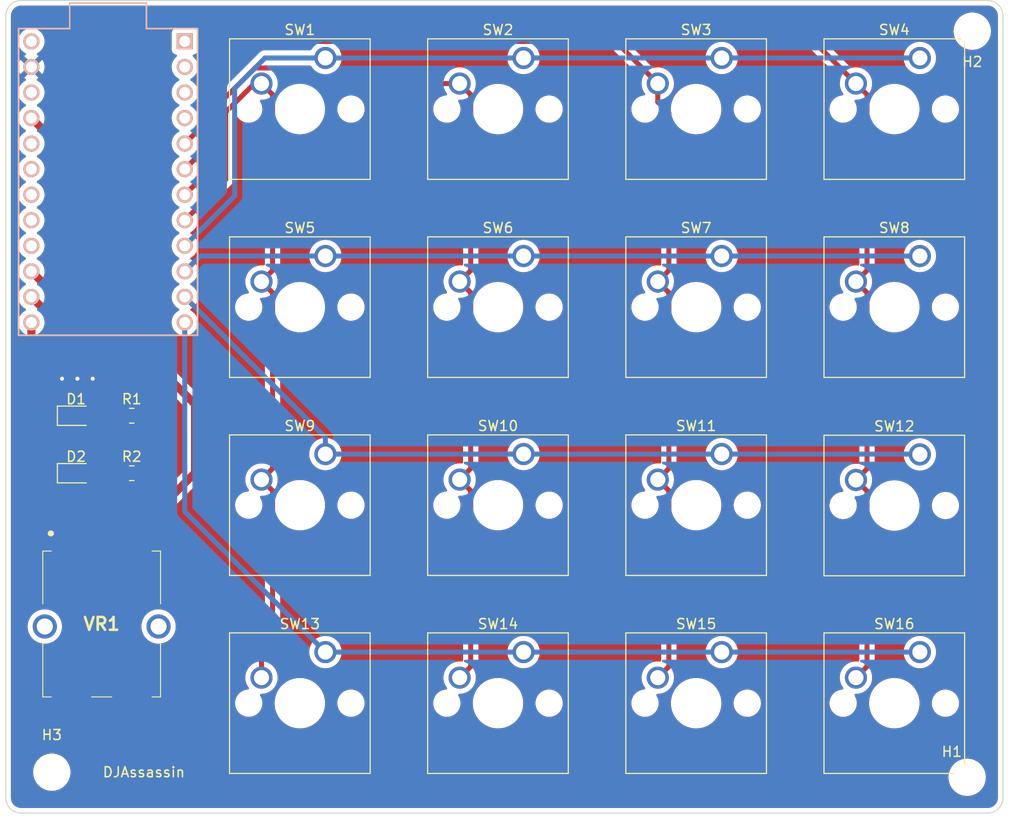
<source format=kicad_pcb>
(kicad_pcb (version 20211014) (generator pcbnew)
  (layers (0 "F.Cu" signal) (31 "B.Cu" signal) (34 "B.Paste" user) (35 "F.Paste" user) (36 "B.SilkS" user "B.Silkscreen") (37 "F.SilkS" user "F.Silkscreen") (38 "B.Mask" user) (39 "F.Mask" user) (44 "Edge.Cuts" user))
  (net 0 "")
  (net 1 "row 1")
  (net 2 "col 1")
  (net 3 "col 2")
  (net 4 "col 3")
  (net 5 "col 4")
  (net 6 "row 2")
  (net 7 "row 3")
  (net 8 "row 4")
  (net 13 "Net-(D1-Pad2)")
  (net 14 "Net-(D2-Pad2)")
  (net 18 "gnd")
  (net 19 "vcc")
  (net 20 "analog")
  (net 21 "led1")
  (net 22 "led2")
  (footprint "Button_Switch_Keyboard:SW_Cherry_MX_1.00u_PCB" (layer "F.Cu") (at 161.925 113.03)
    (fp_text reference "SW16" (at -2.54 -2.794) (layer "F.SilkS"))
    (fp_text value "SW_Push")
    (fp_line (start 4.445 12.065) (end -9.525 12.065) (layer "F.SilkS") (width 0.12))
    (fp_line (start -9.525 12.065) (end -9.525 -1.905) (layer "F.SilkS") (width 0.12))
    (fp_line (start -9.525 -1.905) (end 4.445 -1.905) (layer "F.SilkS") (width 0.12))
    (fp_line (start 4.445 -1.905) (end 4.445 12.065) (layer "F.SilkS") (width 0.12))
    (pad "" np_thru_hole circle locked (at -7.62 5.08) (size 1.7 1.7) (drill 1.7) (layers *.Cu *.Mask))
    (pad "" np_thru_hole circle locked (at 2.54 5.08) (size 1.7 1.7) (drill 1.7) (layers *.Cu *.Mask))
    (pad "" np_thru_hole circle locked (at -2.54 5.08) (size 4 4) (drill 4) (layers *.Cu *.Mask))
    (pad "1" thru_hole circle locked (at 0 0) (size 2.2 2.2) (drill 1.5) (layers *.Cu *.Mask) (net 8 "row 4"))
    (pad "2" thru_hole circle locked (at -6.35 2.54) (size 2.2 2.2) (drill 1.5) (layers *.Cu *.Mask) (net 5 "col 4"))
  )
  (footprint "Button_Switch_Keyboard:SW_Cherry_MX_1.00u_PCB" (layer "F.Cu") (at 122.555 53.975)
    (fp_text reference "SW2" (at -2.54 -2.794) (layer "F.SilkS"))
    (fp_text value "SW_Push")
    (fp_line (start 4.445 12.065) (end -9.525 12.065) (layer "F.SilkS") (width 0.12))
    (fp_line (start -9.525 12.065) (end -9.525 -1.905) (layer "F.SilkS") (width 0.12))
    (fp_line (start 4.445 -1.905) (end 4.445 12.065) (layer "F.SilkS") (width 0.12))
    (fp_line (start -9.525 -1.905) (end 4.445 -1.905) (layer "F.SilkS") (width 0.12))
    (pad "" np_thru_hole circle locked (at -2.54 5.08) (size 4 4) (drill 4) (layers *.Cu *.Mask))
    (pad "" np_thru_hole circle locked (at 2.54 5.08) (size 1.7 1.7) (drill 1.7) (layers *.Cu *.Mask))
    (pad "" np_thru_hole circle locked (at -7.62 5.08) (size 1.7 1.7) (drill 1.7) (layers *.Cu *.Mask))
    (pad "1" thru_hole circle locked (at 0 0) (size 2.2 2.2) (drill 1.5) (layers *.Cu *.Mask) (net 1 "row 1"))
    (pad "2" thru_hole circle locked (at -6.35 2.54) (size 2.2 2.2) (drill 1.5) (layers *.Cu *.Mask) (net 3 "col 2"))
  )
  (footprint "Button_Switch_Keyboard:SW_Cherry_MX_1.00u_PCB" (layer "F.Cu") (at 161.925 93.38)
    (fp_text reference "SW12" (at -2.54 -2.794) (layer "F.SilkS"))
    (fp_text value "SW_Push")
    (fp_line (start 4.445 -1.905) (end 4.445 12.065) (layer "F.SilkS") (width 0.12))
    (fp_line (start -9.525 -1.905) (end 4.445 -1.905) (layer "F.SilkS") (width 0.12))
    (fp_line (start -9.525 12.065) (end -9.525 -1.905) (layer "F.SilkS") (width 0.12))
    (fp_line (start 4.445 12.065) (end -9.525 12.065) (layer "F.SilkS") (width 0.12))
    (pad "" np_thru_hole circle locked (at -2.54 5.08) (size 4 4) (drill 4) (layers *.Cu *.Mask))
    (pad "" np_thru_hole circle locked (at 2.54 5.08) (size 1.7 1.7) (drill 1.7) (layers *.Cu *.Mask))
    (pad "" np_thru_hole circle locked (at -7.62 5.08) (size 1.7 1.7) (drill 1.7) (layers *.Cu *.Mask))
    (pad "1" thru_hole circle locked (at 0 0) (size 2.2 2.2) (drill 1.5) (layers *.Cu *.Mask) (net 7 "row 3"))
    (pad "2" thru_hole circle locked (at -6.35 2.54) (size 2.2 2.2) (drill 1.5) (layers *.Cu *.Mask) (net 5 "col 4"))
  )
  (footprint "MountingHole:MountingHole_2.7mm" (layer "F.Cu") (at 166.624 125.476)
    (fp_text reference "H1" (at -1.524 -2.54) (layer "F.SilkS"))
    (fp_text value "MountingHole")
    (pad "" np_thru_hole circle locked (at 0 0) (size 2.7 2.7) (drill 2.7) (layers F&B.Cu *.Mask))
  )
  (footprint "Button_Switch_Keyboard:SW_Cherry_MX_1.00u_PCB" (layer "F.Cu") (at 102.87 113.03)
    (fp_text reference "SW13" (at -2.54 -2.794) (layer "F.SilkS"))
    (fp_text value "SW_Push")
    (fp_line (start -9.525 -1.905) (end 4.445 -1.905) (layer "F.SilkS") (width 0.12))
    (fp_line (start -9.525 12.065) (end -9.525 -1.905) (layer "F.SilkS") (width 0.12))
    (fp_line (start 4.445 12.065) (end -9.525 12.065) (layer "F.SilkS") (width 0.12))
    (fp_line (start 4.445 -1.905) (end 4.445 12.065) (layer "F.SilkS") (width 0.12))
    (pad "" np_thru_hole circle locked (at 2.54 5.08) (size 1.7 1.7) (drill 1.7) (layers *.Cu *.Mask))
    (pad "" np_thru_hole circle locked (at -7.62 5.08) (size 1.7 1.7) (drill 1.7) (layers *.Cu *.Mask))
    (pad "" np_thru_hole circle locked (at -2.54 5.08) (size 4 4) (drill 4) (layers *.Cu *.Mask))
    (pad "1" thru_hole circle locked (at 0 0) (size 2.2 2.2) (drill 1.5) (layers *.Cu *.Mask) (net 8 "row 4"))
    (pad "2" thru_hole circle locked (at -6.35 2.54) (size 2.2 2.2) (drill 1.5) (layers *.Cu *.Mask) (net 2 "col 1"))
  )
  (footprint "Button_Switch_Keyboard:SW_Cherry_MX_1.00u_PCB" (layer "F.Cu") (at 142.24 73.66)
    (fp_text reference "SW7" (at -2.54 -2.794) (layer "F.SilkS"))
    (fp_text value "SW_Push")
    (fp_line (start -9.525 12.065) (end -9.525 -1.905) (layer "F.SilkS") (width 0.12))
    (fp_line (start -9.525 -1.905) (end 4.445 -1.905) (layer "F.SilkS") (width 0.12))
    (fp_line (start 4.445 12.065) (end -9.525 12.065) (layer "F.SilkS") (width 0.12))
    (fp_line (start 4.445 -1.905) (end 4.445 12.065) (layer "F.SilkS") (width 0.12))
    (pad "" np_thru_hole circle locked (at -7.62 5.08) (size 1.7 1.7) (drill 1.7) (layers *.Cu *.Mask))
    (pad "" np_thru_hole circle locked (at 2.54 5.08) (size 1.7 1.7) (drill 1.7) (layers *.Cu *.Mask))
    (pad "" np_thru_hole circle locked (at -2.54 5.08) (size 4 4) (drill 4) (layers *.Cu *.Mask))
    (pad "1" thru_hole circle locked (at 0 0) (size 2.2 2.2) (drill 1.5) (layers *.Cu *.Mask) (net 6 "row 2"))
    (pad "2" thru_hole circle locked (at -6.35 2.54) (size 2.2 2.2) (drill 1.5) (layers *.Cu *.Mask) (net 4 "col 3"))
  )
  (footprint "Button_Switch_Keyboard:SW_Cherry_MX_1.00u_PCB" (layer "F.Cu") (at 142.24 93.345)
    (fp_text reference "SW11" (at -2.54 -2.794) (layer "F.SilkS"))
    (fp_text value "SW_Push")
    (fp_line (start 4.445 -1.905) (end 4.445 12.065) (layer "F.SilkS") (width 0.12))
    (fp_line (start -9.525 12.065) (end -9.525 -1.905) (layer "F.SilkS") (width 0.12))
    (fp_line (start -9.525 -1.905) (end 4.445 -1.905) (layer "F.SilkS") (width 0.12))
    (fp_line (start 4.445 12.065) (end -9.525 12.065) (layer "F.SilkS") (width 0.12))
    (pad "" np_thru_hole circle locked (at -7.62 5.08) (size 1.7 1.7) (drill 1.7) (layers *.Cu *.Mask))
    (pad "" np_thru_hole circle locked (at -2.54 5.08) (size 4 4) (drill 4) (layers *.Cu *.Mask))
    (pad "" np_thru_hole circle locked (at 2.54 5.08) (size 1.7 1.7) (drill 1.7) (layers *.Cu *.Mask))
    (pad "1" thru_hole circle locked (at 0 0) (size 2.2 2.2) (drill 1.5) (layers *.Cu *.Mask) (net 7 "row 3"))
    (pad "2" thru_hole circle locked (at -6.35 2.54) (size 2.2 2.2) (drill 1.5) (layers *.Cu *.Mask) (net 4 "col 3"))
  )
  (footprint "Button_Switch_Keyboard:SW_Cherry_MX_1.00u_PCB" (layer "F.Cu") (at 161.925 53.975)
    (fp_text reference "SW4" (at -2.54 -2.794) (layer "F.SilkS"))
    (fp_text value "SW_Push")
    (fp_line (start 4.445 -1.905) (end 4.445 12.065) (layer "F.SilkS") (width 0.12))
    (fp_line (start -9.525 12.065) (end -9.525 -1.905) (layer "F.SilkS") (width 0.12))
    (fp_line (start 4.445 12.065) (end -9.525 12.065) (layer "F.SilkS") (width 0.12))
    (fp_line (start -9.525 -1.905) (end 4.445 -1.905) (layer "F.SilkS") (width 0.12))
    (pad "" np_thru_hole circle locked (at -2.54 5.08) (size 4 4) (drill 4) (layers *.Cu *.Mask))
    (pad "" np_thru_hole circle locked (at 2.54 5.08) (size 1.7 1.7) (drill 1.7) (layers *.Cu *.Mask))
    (pad "" np_thru_hole circle locked (at -7.62 5.08) (size 1.7 1.7) (drill 1.7) (layers *.Cu *.Mask))
    (pad "1" thru_hole circle locked (at 0 0) (size 2.2 2.2) (drill 1.5) (layers *.Cu *.Mask) (net 1 "row 1"))
    (pad "2" thru_hole circle locked (at -6.35 2.54) (size 2.2 2.2) (drill 1.5) (layers *.Cu *.Mask) (net 5 "col 4"))
  )
  (footprint "LED_SMD:LED_0805_2012Metric_Pad1.15x1.40mm_HandSolder" (layer "F.Cu") (at 78.105 89.535)
    (fp_text reference "D1" (at 0 -1.65) (layer "F.SilkS"))
    (fp_text value "LED")
    (fp_line (start -1.86 -0.96) (end -1.86 0.96) (layer "F.SilkS") (width 0.12))
    (fp_line (start 1 -0.96) (end -1.86 -0.96) (layer "F.SilkS") (width 0.12))
    (fp_line (start -1.86 0.96) (end 1 0.96) (layer "F.SilkS") (width 0.12))
    (pad "1" smd roundrect (at -1.025 0) (size 1.15 1.4) (layers "F.Cu" "F.Paste" "F.Mask") (roundrect_rratio 0.217391) (net 18 "gnd"))
    (pad "2" smd roundrect (at 1.025 0) (size 1.15 1.4) (layers "F.Cu" "F.Paste" "F.Mask") (roundrect_rratio 0.217391) (net 13 "Net-(D1-Pad2)"))
  )
  (footprint "MountingHole:MountingHole_2.7mm" (layer "F.Cu") (at 75.692 124.968)
    (fp_text reference "H3" (at 0 -3.7) (layer "F.SilkS"))
    (fp_text value "MountingHole")
    (pad "" np_thru_hole circle locked (at 0 0) (size 2.7 2.7) (drill 2.7) (layers *.Cu *.Mask))
  )
  (footprint "Button_Switch_Keyboard:SW_Cherry_MX_1.00u_PCB" (layer "F.Cu") (at 122.555 73.66)
    (fp_text reference "SW6" (at -2.54 -2.794) (layer "F.SilkS"))
    (fp_text value "SW_Push")
    (fp_line (start -9.525 -1.905) (end 4.445 -1.905) (layer "F.SilkS") (width 0.12))
    (fp_line (start 4.445 12.065) (end -9.525 12.065) (layer "F.SilkS") (width 0.12))
    (fp_line (start -9.525 12.065) (end -9.525 -1.905) (layer "F.SilkS") (width 0.12))
    (fp_line (start 4.445 -1.905) (end 4.445 12.065) (layer "F.SilkS") (width 0.12))
    (pad "" np_thru_hole circle locked (at -7.62 5.08) (size 1.7 1.7) (drill 1.7) (layers *.Cu *.Mask))
    (pad "" np_thru_hole circle locked (at -2.54 5.08) (size 4 4) (drill 4) (layers *.Cu *.Mask))
    (pad "" np_thru_hole circle locked (at 2.54 5.08) (size 1.7 1.7) (drill 1.7) (layers *.Cu *.Mask))
    (pad "1" thru_hole circle locked (at 0 0) (size 2.2 2.2) (drill 1.5) (layers *.Cu *.Mask) (net 6 "row 2"))
    (pad "2" thru_hole circle locked (at -6.35 2.54) (size 2.2 2.2) (drill 1.5) (layers *.Cu *.Mask) (net 3 "col 2"))
  )
  (footprint "Button_Switch_Keyboard:SW_Cherry_MX_1.00u_PCB" (layer "F.Cu") (at 142.24 113.03)
    (fp_text reference "SW15" (at -2.54 -2.794) (layer "F.SilkS"))
    (fp_text value "SW_Push")
    (fp_line (start -9.525 -1.905) (end 4.445 -1.905) (layer "F.SilkS") (width 0.12))
    (fp_line (start -9.525 12.065) (end -9.525 -1.905) (layer "F.SilkS") (width 0.12))
    (fp_line (start 4.445 -1.905) (end 4.445 12.065) (layer "F.SilkS") (width 0.12))
    (fp_line (start 4.445 12.065) (end -9.525 12.065) (layer "F.SilkS") (width 0.12))
    (pad "" np_thru_hole circle locked (at -2.54 5.08) (size 4 4) (drill 4) (layers *.Cu *.Mask))
    (pad "" np_thru_hole circle locked (at 2.54 5.08) (size 1.7 1.7) (drill 1.7) (layers *.Cu *.Mask))
    (pad "" np_thru_hole circle locked (at -7.62 5.08) (size 1.7 1.7) (drill 1.7) (layers *.Cu *.Mask))
    (pad "1" thru_hole circle locked (at 0 0) (size 2.2 2.2) (drill 1.5) (layers *.Cu *.Mask) (net 8 "row 4"))
    (pad "2" thru_hole circle locked (at -6.35 2.54) (size 2.2 2.2) (drill 1.5) (layers *.Cu *.Mask) (net 4 "col 3"))
  )
  (footprint "Button_Switch_Keyboard:SW_Cherry_MX_1.00u_PCB" (layer "F.Cu") (at 142.24 53.975)
    (fp_text reference "SW3" (at -2.54 -2.794) (layer "F.SilkS"))
    (fp_text value "SW_Push")
    (fp_line (start -9.525 12.065) (end -9.525 -1.905) (layer "F.SilkS") (width 0.12))
    (fp_line (start 4.445 12.065) (end -9.525 12.065) (layer "F.SilkS") (width 0.12))
    (fp_line (start -9.525 -1.905) (end 4.445 -1.905) (layer "F.SilkS") (width 0.12))
    (fp_line (start 4.445 -1.905) (end 4.445 12.065) (layer "F.SilkS") (width 0.12))
    (pad "" np_thru_hole circle locked (at -2.54 5.08) (size 4 4) (drill 4) (layers *.Cu *.Mask))
    (pad "" np_thru_hole circle locked (at -7.62 5.08) (size 1.7 1.7) (drill 1.7) (layers *.Cu *.Mask))
    (pad "" np_thru_hole circle locked (at 2.54 5.08) (size 1.7 1.7) (drill 1.7) (layers *.Cu *.Mask))
    (pad "1" thru_hole circle locked (at 0 0) (size 2.2 2.2) (drill 1.5) (layers *.Cu *.Mask) (net 1 "row 1"))
    (pad "2" thru_hole circle locked (at -6.35 2.54) (size 2.2 2.2) (drill 1.5) (layers *.Cu *.Mask) (net 4 "col 3"))
  )
  (footprint "Button_Switch_Keyboard:SW_Cherry_MX_1.00u_PCB" (layer "F.Cu") (at 161.925 73.66)
    (fp_text reference "SW8" (at -2.54 -2.794) (layer "F.SilkS"))
    (fp_text value "SW_Push")
    (fp_line (start 4.445 12.065) (end -9.525 12.065) (layer "F.SilkS") (width 0.12))
    (fp_line (start -9.525 -1.905) (end 4.445 -1.905) (layer "F.SilkS") (width 0.12))
    (fp_line (start 4.445 -1.905) (end 4.445 12.065) (layer "F.SilkS") (width 0.12))
    (fp_line (start -9.525 12.065) (end -9.525 -1.905) (layer "F.SilkS") (width 0.12))
    (pad "" np_thru_hole circle locked (at -7.62 5.08) (size 1.7 1.7) (drill 1.7) (layers *.Cu *.Mask))
    (pad "" np_thru_hole circle locked (at -2.54 5.08) (size 4 4) (drill 4) (layers *.Cu *.Mask))
    (pad "" np_thru_hole circle locked (at 2.54 5.08) (size 1.7 1.7) (drill 1.7) (layers *.Cu *.Mask))
    (pad "1" thru_hole circle locked (at 0 0) (size 2.2 2.2) (drill 1.5) (layers *.Cu *.Mask) (net 6 "row 2"))
    (pad "2" thru_hole circle locked (at -6.35 2.54) (size 2.2 2.2) (drill 1.5) (layers *.Cu *.Mask) (net 5 "col 4"))
  )
  (footprint "Resistor_SMD:R_0805_2012Metric_Pad1.20x1.40mm_HandSolder" (layer "F.Cu") (at 83.63 89.535)
    (fp_text reference "R1" (at 0 -1.65) (layer "F.SilkS"))
    (fp_text value "R")
    (fp_line (start -0.227064 0.735) (end 0.227064 0.735) (layer "F.SilkS") (width 0.12))
    (fp_line (start -0.227064 -0.735) (end 0.227064 -0.735) (layer "F.SilkS") (width 0.12))
    (pad "1" smd roundrect (at -1 0) (size 1.2 1.4) (layers "F.Cu" "F.Paste" "F.Mask") (roundrect_rratio 0.208333) (net 13 "Net-(D1-Pad2)"))
    (pad "2" smd roundrect (at 1 0) (size 1.2 1.4) (layers "F.Cu" "F.Paste" "F.Mask") (roundrect_rratio 0.208333) (net 21 "led1"))
  )
  (footprint "MountingHole:MountingHole_2.7mm" (layer "F.Cu") (at 167.132 51.308)
    (fp_text reference "H2" (at 0 3.048) (layer "F.SilkS"))
    (fp_text value "MountingHole")
    (pad "" np_thru_hole circle locked (at 0 0) (size 2.7 2.7) (drill 2.7) (layers *.Cu *.Mask))
  )
  (footprint "Button_Switch_Keyboard:SW_Cherry_MX_1.00u_PCB" (layer "F.Cu") (at 102.87 73.66)
    (fp_text reference "SW5" (at -2.54 -2.794) (layer "F.SilkS"))
    (fp_text value "SW_Push")
    (fp_line (start -9.525 12.065) (end -9.525 -1.905) (layer "F.SilkS") (width 0.12))
    (fp_line (start 4.445 12.065) (end -9.525 12.065) (layer "F.SilkS") (width 0.12))
    (fp_line (start -9.525 -1.905) (end 4.445 -1.905) (layer "F.SilkS") (width 0.12))
    (fp_line (start 4.445 -1.905) (end 4.445 12.065) (layer "F.SilkS") (width 0.12))
    (pad "" np_thru_hole circle locked (at -2.54 5.08) (size 4 4) (drill 4) (layers *.Cu *.Mask))
    (pad "" np_thru_hole circle locked (at -7.62 5.08) (size 1.7 1.7) (drill 1.7) (layers *.Cu *.Mask))
    (pad "" np_thru_hole circle locked (at 2.54 5.08) (size 1.7 1.7) (drill 1.7) (layers *.Cu *.Mask))
    (pad "1" thru_hole circle locked (at 0 0) (size 2.2 2.2) (drill 1.5) (layers *.Cu *.Mask) (net 6 "row 2"))
    (pad "2" thru_hole circle locked (at -6.35 2.54) (size 2.2 2.2) (drill 1.5) (layers *.Cu *.Mask) (net 2 "col 1"))
  )
  (footprint "pot:PRS11SN20K503B1" (layer "F.Cu") (at 80.645 110.236 180)
    (fp_text reference "VR1" (at 0 0 180) (layer "F.SilkS") (effects (font (size 1.27 1.27) (thickness 0.254))))
    (fp_text value "PRS11S-N20K-503B1" hide)
    (fp_line (start -5.85 7.25) (end -5 7.25) (layer "F.SilkS") (width 0.1))
    (fp_line (start -1 -7.25) (end 1 -7.25) (layer "F.SilkS") (width 0.1))
    (fp_line (start 5.85 7.25) (end 5 7.25) (layer "F.SilkS") (width 0.1))
    (fp_line (start -5.85 -7.25) (end -5.85 -2) (layer "F.SilkS") (width 0.1))
    (fp_line (start 5.85 2) (end 5.85 7.25) (layer "F.SilkS") (width 0.1))
    (fp_line (start 5.1 9) (end 5.1 9) (layer "F.SilkS") (width 0.5))
    (fp_line (start 5.85 -7.25) (end 5.85 -2) (layer "F.SilkS") (width 0.1))
    (fp_line (start 5 9) (end 5 9) (layer "F.SilkS") (width 0.5))
    (fp_line (start -5.85 2) (end -5.85 7.25) (layer "F.SilkS") (width 0.1))
    (fp_line (start -5 -7.25) (end -5.65 -7.25) (layer "F.SilkS") (width 0.1))
    (fp_line (start -5.65 -7.25) (end -5.85 -7.25) (layer "F.SilkS") (width 0.1))
    (fp_line (start 5 -7.25) (end 5.85 -7.25) (layer "F.SilkS") (width 0.1))
    (fp_arc (start 5.1 9) (mid 5.05 9.05) (end 5 9) (layer "F.SilkS") (width 0.5))
    (fp_arc (start 5 9) (mid 5.05 8.95) (end 5.1 9) (layer "F.SilkS") (width 0.5))
    (pad "1" smd rect locked (at 2.5 8.25 180) (size 2 4) (layers "F.Cu" "F.Paste" "F.Mask") (net 18 "gnd"))
    (pad "2" smd rect locked (at 0 8.25 180) (size 2 4) (layers "F.Cu" "F.Paste" "F.Mask") (net 20 "analog"))
    (pad "3" smd rect locked (at -2.5 8.25 180) (size 2 4) (layers "F.Cu" "F.Paste" "F.Mask") (net 19 "vcc"))
    (pad "4" smd rect locked (at -2.5 -8.25 180) (size 2 4) (layers "F.Cu" "F.Paste" "F.Mask"))
    (pad "5" smd rect locked (at 2.5 -8.25 180) (size 2 4) (layers "F.Cu" "F.Paste" "F.Mask"))
    (pad "MH1" thru_hole circle locked (at -5.65 -0.25 180) (size 2.4 2.4) (drill 1.6) (layers *.Cu *.Mask))
    (pad "MH2" thru_hole circle locked (at 5.65 -0.25 180) (size 2.4 2.4) (drill 1.6) (layers *.Cu *.Mask))
  )
  (footprint "Button_Switch_Keyboard:SW_Cherry_MX_1.00u_PCB" (layer "F.Cu") (at 102.87 93.345)
    (fp_text reference "SW9" (at -2.54 -2.794) (layer "F.SilkS"))
    (fp_text value "SW_Push")
    (fp_line (start 4.445 12.065) (end -9.525 12.065) (layer "F.SilkS") (width 0.12))
    (fp_line (start -9.525 -1.905) (end 4.445 -1.905) (layer "F.SilkS") (width 0.12))
    (fp_line (start -9.525 12.065) (end -9.525 -1.905) (layer "F.SilkS") (width 0.12))
    (fp_line (start 4.445 -1.905) (end 4.445 12.065) (layer "F.SilkS") (width 0.12))
    (pad "" np_thru_hole circle locked (at -2.54 5.08) (size 4 4) (drill 4) (layers *.Cu *.Mask))
    (pad "" np_thru_hole circle locked (at -7.62 5.08) (size 1.7 1.7) (drill 1.7) (layers *.Cu *.Mask))
    (pad "" np_thru_hole circle locked (at 2.54 5.08) (size 1.7 1.7) (drill 1.7) (layers *.Cu *.Mask))
    (pad "1" thru_hole circle locked (at 0 0) (size 2.2 2.2) (drill 1.5) (layers *.Cu *.Mask) (net 7 "row 3"))
    (pad "2" thru_hole circle locked (at -6.35 2.54) (size 2.2 2.2) (drill 1.5) (layers *.Cu *.Mask) (net 2 "col 1"))
  )
  (footprint "Resistor_SMD:R_0805_2012Metric_Pad1.20x1.40mm_HandSolder" (layer "F.Cu") (at 83.63 95.25)
    (fp_text reference "R2" (at 0 -1.65) (layer "F.SilkS"))
    (fp_text value "R")
    (fp_line (start -0.227064 0.735) (end 0.227064 0.735) (layer "F.SilkS") (width 0.12))
    (fp_line (start -0.227064 -0.735) (end 0.227064 -0.735) (layer "F.SilkS") (width 0.12))
    (pad "1" smd roundrect (at -1 0) (size 1.2 1.4) (layers "F.Cu" "F.Paste" "F.Mask") (roundrect_rratio 0.208333) (net 14 "Net-(D2-Pad2)"))
    (pad "2" smd roundrect (at 1 0) (size 1.2 1.4) (layers "F.Cu" "F.Paste" "F.Mask") (roundrect_rratio 0.208333) (net 22 "led2"))
  )
  (footprint "Button_Switch_Keyboard:SW_Cherry_MX_1.00u_PCB" (layer "F.Cu") (at 102.87 53.975)
    (fp_text reference "SW1" (at -2.54 -2.794) (layer "F.SilkS"))
    (fp_text value "SW_Push")
    (fp_line (start 4.445 12.065) (end -9.525 12.065) (layer "F.SilkS") (width 0.12))
    (fp_line (start -9.525 -1.905) (end 4.445 -1.905) (layer "F.SilkS") (width 0.12))
    (fp_line (start 4.445 -1.905) (end 4.445 12.065) (layer "F.SilkS") (width 0.12))
    (fp_line (start -9.525 12.065) (end -9.525 -1.905) (layer "F.SilkS") (width 0.12))
    (pad "" np_thru_hole circle locked (at -7.62 5.08) (size 1.7 1.7) (drill 1.7) (layers *.Cu *.Mask))
    (pad "" np_thru_hole circle locked (at 2.54 5.08) (size 1.7 1.7) (drill 1.7) (layers *.Cu *.Mask))
    (pad "" np_thru_hole circle locked (at -2.54 5.08) (size 4 4) (drill 4) (layers *.Cu *.Mask))
    (pad "1" thru_hole circle locked (at 0 0) (size 2.2 2.2) (drill 1.5) (layers *.Cu *.Mask) (net 1 "row 1"))
    (pad "2" thru_hole circle locked (at -6.35 2.54) (size 2.2 2.2) (drill 1.5) (layers *.Cu *.Mask) (net 2 "col 1"))
  )
  (footprint "Button_Switch_Keyboard:SW_Cherry_MX_1.00u_PCB" (layer "F.Cu") (at 122.555 93.345)
    (fp_text reference "SW10" (at -2.54 -2.794) (layer "F.SilkS"))
    (fp_text value "SW_Push")
    (fp_line (start -9.525 12.065) (end -9.525 -1.905) (layer "F.SilkS") (width 0.12))
    (fp_line (start 4.445 12.065) (end -9.525 12.065) (layer "F.SilkS") (width 0.12))
    (fp_line (start -9.525 -1.905) (end 4.445 -1.905) (layer "F.SilkS") (width 0.12))
    (fp_line (start 4.445 -1.905) (end 4.445 12.065) (layer "F.SilkS") (width 0.12))
    (pad "" np_thru_hole circle locked (at 2.54 5.08) (size 1.7 1.7) (drill 1.7) (layers *.Cu *.Mask))
    (pad "" np_thru_hole circle locked (at -7.62 5.08) (size 1.7 1.7) (drill 1.7) (layers *.Cu *.Mask))
    (pad "" np_thru_hole circle locked (at -2.54 5.08) (size 4 4) (drill 4) (layers *.Cu *.Mask))
    (pad "1" thru_hole circle locked (at 0 0) (size 2.2 2.2) (drill 1.5) (layers *.Cu *.Mask) (net 7 "row 3"))
    (pad "2" thru_hole circle locked (at -6.35 2.54) (size 2.2 2.2) (drill 1.5) (layers *.Cu *.Mask) (net 3 "col 2"))
  )
  (footprint "Button_Switch_Keyboard:SW_Cherry_MX_1.00u_PCB" (layer "F.Cu") (at 122.555 113.03)
    (fp_text reference "SW14" (at -2.54 -2.794) (layer "F.SilkS"))
    (fp_text value "SW_Push")
    (fp_line (start 4.445 12.065) (end -9.525 12.065) (layer "F.SilkS") (width 0.12))
    (fp_line (start -9.525 12.065) (end -9.525 -1.905) (layer "F.SilkS") (width 0.12))
    (fp_line (start 4.445 -1.905) (end 4.445 12.065) (layer "F.SilkS") (width 0.12))
    (fp_line (start -9.525 -1.905) (end 4.445 -1.905) (layer "F.SilkS") (width 0.12))
    (pad "" np_thru_hole circle locked (at 2.54 5.08) (size 1.7 1.7) (drill 1.7) (layers *.Cu *.Mask))
    (pad "" np_thru_hole circle locked (at -2.54 5.08) (size 4 4) (drill 4) (layers *.Cu *.Mask))
    (pad "" np_thru_hole circle locked (at -7.62 5.08) (size 1.7 1.7) (drill 1.7) (layers *.Cu *.Mask))
    (pad "1" thru_hole circle locked (at 0 0) (size 2.2 2.2) (drill 1.5) (layers *.Cu *.Mask) (net 8 "row 4"))
    (pad "2" thru_hole circle locked (at -6.35 2.54) (size 2.2 2.2) (drill 1.5) (layers *.Cu *.Mask) (net 3 "col 2"))
  )
  (footprint "LED_SMD:LED_0805_2012Metric_Pad1.15x1.40mm_HandSolder" (layer "F.Cu") (at 78.105 95.25)
    (fp_text reference "D2" (at 0 -1.65) (layer "F.SilkS"))
    (fp_text value "LED")
    (fp_line (start -1.86 -0.96) (end -1.86 0.96) (layer "F.SilkS") (width 0.12))
    (fp_line (start -1.86 0.96) (end 1 0.96) (layer "F.SilkS") (width 0.12))
    (fp_line (start 1 -0.96) (end -1.86 -0.96) (layer "F.SilkS") (width 0.12))
    (pad "1" smd roundrect (at -1.025 0) (size 1.15 1.4) (layers "F.Cu" "F.Paste" "F.Mask") (roundrect_rratio 0.217391) (net 18 "gnd"))
    (pad "2" smd roundrect (at 1.025 0) (size 1.15 1.4) (layers "F.Cu" "F.Paste" "F.Mask") (roundrect_rratio 0.217391) (net 14 "Net-(D2-Pad2)"))
  )
  (footprint "promicro:ProMicro" (layer "B.Cu") (at 81.28 66.294 -90)
    (fp_text reference "U1" hide)
    (fp_text value "ProMicro")
    (fp_line (start -17.78 -3.81) (end -17.78 3.81) (layer "B.SilkS") (width 0.15))
    (fp_line (start -15.24 8.89) (end 15.24 8.89) (layer "B.SilkS") (width 0.15))
    (fp_line (start -15.24 3.81) (end -15.24 8.89) (layer "B.SilkS") (width 0.15))
    (fp_line (start -15.24 -3.81) (end -17.78 -3.81) (layer "B.SilkS") (width 0.15))
    (fp_line (start -15.24 -8.89) (end -15.24 -3.81) (layer "B.SilkS") (width 0.15))
    (fp_line (start -17.78 3.81) (end -15.24 3.81) (layer "B.SilkS") (width 0.15))
    (fp_line (start -15.24 -8.89) (end 15.24 -8.89) (layer "B.SilkS") (width 0.15))
    (fp_line (start 15.24 8.89) (end 15.24 -8.89) (layer "B.SilkS") (width 0.15))
    (fp_line (start -17.78 3.81) (end -15.24 3.81) (layer "F.SilkS") (width 0.15))
    (fp_line (start 15.24 -8.89) (end -15.24 -8.89) (layer "F.SilkS") (width 0.15))
    (fp_line (start 15.24 8.89) (end 15.24 -8.89) (layer "F.SilkS") (width 0.15))
    (fp_line (start -17.78 -3.81) (end -17.78 3.81) (layer "F.SilkS") (width 0.15))
    (fp_line (start -15.24 3.81) (end -15.24 8.89) (layer "F.SilkS") (width 0.15))
    (fp_line (start -15.24 8.89) (end 15.24 8.89) (layer "F.SilkS") (width 0.15))
    (fp_line (start -15.24 -8.89) (end -15.24 -3.81) (layer "F.SilkS") (width 0.15))
    (fp_line (start -15.24 -3.81) (end -17.78 -3.81) (layer "F.SilkS") (width 0.15))
    (pad "1" thru_hole rect locked (at -13.97 -7.62 270) (size 1.6 1.6) (drill 1.1) (layers *.Cu *.Mask "B.SilkS"))
    (pad "2" thru_hole circle locked (at -11.43 -7.62 270) (size 1.6 1.6) (drill 1.1) (layers *.Cu *.Mask "B.SilkS"))
    (pad "3" thru_hole circle locked (at -8.89 -7.62 270) (size 1.6 1.6) (drill 1.1) (layers *.Cu *.Mask "B.SilkS"))
    (pad "4" thru_hole circle locked (at -6.35 -7.62 270) (size 1.6 1.6) (drill 1.1) (layers *.Cu *.Mask "B.SilkS"))
    (pad "5" thru_hole circle locked (at -3.81 -7.62 270) (size 1.6 1.6) (drill 1.1) (layers *.Cu *.Mask "B.SilkS") (net 5 "col 4"))
    (pad "6" thru_hole circle locked (at -1.27 -7.62 270) (size 1.6 1.6) (drill 1.1) (layers *.Cu *.Mask "B.SilkS") (net 4 "col 3"))
    (pad "7" thru_hole circle locked (at 1.27 -7.62 270) (size 1.6 1.6) (drill 1.1) (layers *.Cu *.Mask "B.SilkS") (net 3 "col 2"))
    (pad "8" thru_hole circle locked (at 3.81 -7.62 270) (size 1.6 1.6) (drill 1.1) (layers *.Cu *.Mask "B.SilkS") (net 2 "col 1"))
    (pad "9" thru_hole circle locked (at 6.35 -7.62 270) (size 1.6 1.6) (drill 1.1) (layers *.Cu *.Mask "B.SilkS") (net 1 "row 1"))
    (pad "10" thru_hole circle locked (at 8.89 -7.62 270) (size 1.6 1.6) (drill 1.1) (layers *.Cu *.Mask "B.SilkS") (net 6 "row 2"))
    (pad "11" thru_hole circle locked (at 11.43 -7.62 270) (size 1.6 1.6) (drill 1.1) (layers *.Cu *.Mask "B.SilkS") (net 7 "row 3"))
    (pad "12" thru_hole circle locked (at 13.97 -7.62 270) (size 1.6 1.6) (drill 1.1) (layers *.Cu *.Mask "B.SilkS") (net 8 "row 4"))
    (pad "13" thru_hole circle locked (at 13.97 7.62 270) (size 1.6 1.6) (drill 1.1) (layers *.Cu *.Mask "B.SilkS") (net 20 "analog"))
    (pad "14" thru_hole circle locked (at 11.43 7.62 270) (size 1.6 1.6) (drill 1.1) (layers *.Cu *.Mask "B.SilkS") (net 21 "led1"))
    (pad "15" thru_hole circle locked (at 8.89 7.62 270) (size 1.6 1.6) (drill 1.1) (layers *.Cu *.Mask "B.SilkS") (net 22 "led2"))
    (pad "16" thru_hole circle locked (at 6.35 7.62 270) (size 1.6 1.6) (drill 1.1) (layers *.Cu *.Mask "B.SilkS"))
    (pad "17" thru_hole circle locked (at 3.81 7.62 270) (size 1.6 1.6) (drill 1.1) (layers *.Cu *.Mask "B.SilkS"))
    (pad "18" thru_hole circle locked (at 1.27 7.62 270) (size 1.6 1.6) (drill 1.1) (layers *.Cu *.Mask "B.SilkS"))
    (pad "19" thru_hole circle locked (at -1.27 7.62 270) (size 1.6 1.6) (drill 1.1) (layers *.Cu *.Mask "B.SilkS"))
    (pad "20" thru_hole circle locked (at -3.81 7.62 270) (size 1.6 1.6) (drill 1.1) (layers *.Cu *.Mask "B.SilkS"))
    (pad "21" thru_hole circle locked (at -6.35 7.62 270) (size 1.6 1.6) (drill 1.1) (layers *.Cu *.Mask "B.SilkS") (net 19 "vcc"))
    (pad "22" thru_hole circle locked (at -8.89 7.62 270) (size 1.6 1.6) (drill 1.1) (layers *.Cu *.Mask "B.SilkS"))
    (pad "23" thru_hole circle locked (at -11.43 7.62 270) (size 1.6 1.6) (drill 1.1) (layers *.Cu *.Mask "B.SilkS") (net 18 "gnd"))
    (pad "24" thru_hole circle locked (at -13.97 7.62 270) (size 1.6 1.6) (drill 1.1) (layers *.Cu *.Mask "B.SilkS"))
  )
  (gr_arc (start 71.12 49.784) (mid 71.566369 48.706369) (end 72.644 48.26) (layer "Edge.Cuts") (width 0.1))
  (gr_line (start 170.18 127.508) (end 170.18 49.784) (layer "Edge.Cuts") (width 0.1))
  (gr_line (start 71.12 49.784) (end 71.12 127.508) (layer "Edge.Cuts") (width 0.1))
  (gr_arc (start 170.18 127.508) (mid 169.733631 128.585631) (end 168.656 129.032) (layer "Edge.Cuts") (width 0.1))
  (gr_line (start 168.656 48.26) (end 72.644 48.26) (layer "Edge.Cuts") (width 0.1))
  (gr_arc (start 168.656 48.26) (mid 169.733631 48.706369) (end 170.18 49.784) (layer "Edge.Cuts") (width 0.1))
  (gr_arc (start 72.644 129.032) (mid 71.566369 128.585631) (end 71.12 127.508) (layer "Edge.Cuts") (width 0.1))
  (gr_line (start 72.644 129.032) (end 168.656 129.032) (layer "Edge.Cuts") (width 0.1))
  (gr_text "DJAssassin" (at 84.836 124.968) (layer "F.SilkS") (effects (font (size 1 1))))
  (segment (start 142.24 53.975) (end 161.925 53.975) (width 0.5) (layer "B.Cu") (net 1))
  (segment (start 122.555 53.975) (end 142.24 53.975) (width 0.5) (layer "B.Cu") (net 1))
  (segment (start 93.850479 56.99318) (end 96.868659 53.975) (width 0.5) (layer "B.Cu") (net 1))
  (segment (start 88.9 72.644) (end 93.850479 67.693521) (width 0.5) (layer "B.Cu") (net 1))
  (segment (start 96.868659 53.975) (end 102.87 53.975) (width 0.5) (layer "B.Cu") (net 1))
  (segment (start 93.850479 67.693521) (end 93.850479 56.99318) (width 0.5) (layer "B.Cu") (net 1))
  (segment (start 102.87 53.975) (end 122.555 53.975) (width 0.5) (layer "B.Cu") (net 1))
  (segment (start 96.52 76.2) (end 97.619999 77.299999) (width 0.5) (layer "F.Cu") (net 2))
  (segment (start 92.964 66.04) (end 88.9 70.104) (width 0.5) (layer "F.Cu") (net 2))
  (segment (start 97.619999 77.299999) (end 97.619999 94.785001) (width 0.5) (layer "F.Cu") (net 2))
  (segment (start 97.619999 75.100001) (end 96.52 76.2) (width 0.5) (layer "F.Cu") (net 2))
  (segment (start 96.52 113.792) (end 96.52 115.57) (width 0.5) (layer "F.Cu") (net 2))
  (segment (start 97.619999 94.785001) (end 96.52 95.885) (width 0.5) (layer "F.Cu") (net 2))
  (segment (start 97.619999 96.984999) (end 97.619999 112.692001) (width 0.5) (layer "F.Cu") (net 2))
  (segment (start 95.810777 56.515) (end 92.964 59.361777) (width 0.5) (layer "F.Cu") (net 2))
  (segment (start 92.964 59.361777) (end 92.964 66.04) (width 0.5) (layer "F.Cu") (net 2))
  (segment (start 96.52 56.515) (end 95.810777 56.515) (width 0.5) (layer "F.Cu") (net 2))
  (segment (start 96.52 95.885) (end 97.619999 96.984999) (width 0.5) (layer "F.Cu") (net 2))
  (segment (start 97.619999 112.692001) (end 96.52 113.792) (width 0.5) (layer "F.Cu") (net 2))
  (segment (start 96.52 56.515) (end 97.619999 57.614999) (width 0.5) (layer "F.Cu") (net 2))
  (segment (start 97.619999 57.614999) (end 97.619999 75.100001) (width 0.5) (layer "F.Cu") (net 2))
  (segment (start 116.205 56.515) (end 102.743 56.515) (width 0.5) (layer "F.Cu") (net 3))
  (segment (start 117.304999 77.299999) (end 116.205 76.2) (width 0.5) (layer "F.Cu") (net 3))
  (segment (start 91.948 58.895659) (end 91.948 64.516) (width 0.5) (layer "F.Cu") (net 3))
  (segment (start 102.743 56.515) (end 101.193489 54.965489) (width 0.5) (layer "F.Cu") (net 3))
  (segment (start 116.205 76.2) (end 117.304999 75.100001) (width 0.5) (layer "F.Cu") (net 3))
  (segment (start 116.205 115.57) (end 117.304999 114.470001) (width 0.5) (layer "F.Cu") (net 3))
  (segment (start 117.304999 114.470001) (end 117.304999 96.984999) (width 0.5) (layer "F.Cu") (net 3))
  (segment (start 95.87817 54.965489) (end 91.948 58.895659) (width 0.5) (layer "F.Cu") (net 3))
  (segment (start 101.193489 54.965489) (end 95.87817 54.965489) (width 0.5) (layer "F.Cu") (net 3))
  (segment (start 116.205 95.885) (end 117.304999 94.785001) (width 0.5) (layer "F.Cu") (net 3))
  (segment (start 117.304999 75.100001) (end 117.304999 57.614999) (width 0.5) (layer "F.Cu") (net 3))
  (segment (start 117.304999 57.614999) (end 116.205 56.515) (width 0.5) (layer "F.Cu") (net 3))
  (segment (start 91.948 64.516) (end 88.9 67.564) (width 0.5) (layer "F.Cu") (net 3))
  (segment (start 117.304999 96.984999) (end 116.205 95.885) (width 0.5) (layer "F.Cu") (net 3))
  (segment (start 117.304999 94.785001) (end 117.304999 77.299999) (width 0.5) (layer "F.Cu") (net 3))
  (segment (start 97.028 52.324) (end 91.12352 58.22848) (width 0.5) (layer "F.Cu") (net 4))
  (segment (start 91.12352 62.80048) (end 88.9 65.024) (width 0.5) (layer "F.Cu") (net 4))
  (segment (start 136.989999 75.100001) (end 135.89 76.2) (width 0.5) (layer "F.Cu") (net 4))
  (segment (start 131.699 52.324) (end 97.028 52.324) (width 0.5) (layer "F.Cu") (net 4))
  (segment (start 91.12352 58.22848) (end 91.12352 62.80048) (width 0.5) (layer "F.Cu") (net 4))
  (segment (start 136.989999 114.470001) (end 135.89 115.57) (width 0.5) (layer "F.Cu") (net 4))
  (segment (start 135.89 95.885) (end 136.989999 96.984999) (width 0.5) (layer "F.Cu") (net 4))
  (segment (start 136.989999 96.984999) (end 136.989999 114.470001) (width 0.5) (layer "F.Cu") (net 4))
  (segment (start 135.89 56.515) (end 131.699 52.324) (width 0.5) (layer "F.Cu") (net 4))
  (segment (start 135.89 76.2) (end 136.989999 77.299999) (width 0.5) (layer "F.Cu") (net 4))
  (segment (start 136.989999 59.445776) (end 136.989999 75.100001) (width 0.5) (layer "F.Cu") (net 4))
  (segment (start 136.989999 94.785001) (end 135.89 95.885) (width 0.5) (layer "F.Cu") (net 4))
  (segment (start 136.989999 77.299999) (end 136.989999 94.785001) (width 0.5) (layer "F.Cu") (net 4))
  (segment (start 135.89 58.345777) (end 136.989999 59.445776) (width 0.5) (layer "F.Cu") (net 4))
  (segment (start 135.89 56.515) (end 135.89 58.345777) (width 0.5) (layer "F.Cu") (net 4))
  (segment (start 96.52 51.308) (end 150.368 51.308) (width 0.5) (layer "F.Cu") (net 5))
  (segment (start 156.674999 57.614999) (end 156.674999 75.100001) (width 0.5) (layer "F.Cu") (net 5))
  (segment (start 156.674999 114.470001) (end 155.575 115.57) (width 0.5) (layer "F.Cu") (net 5))
  (segment (start 155.575 76.2) (end 156.674999 77.299999) (width 0.5) (layer "F.Cu") (net 5))
  (segment (start 155.575 95.92) (end 156.674999 97.019999) (width 0.5) (layer "F.Cu") (net 5))
  (segment (start 90.424 60.96) (end 90.424 57.404) (width 0.5) (layer "F.Cu") (net 5))
  (segment (start 155.575 56.515) (end 156.674999 57.614999) (width 0.5) (layer "F.Cu") (net 5))
  (segment (start 156.674999 77.299999) (end 156.674999 94.820001) (width 0.5) (layer "F.Cu") (net 5))
  (segment (start 156.674999 97.019999) (end 156.674999 114.470001) (width 0.5) (layer "F.Cu") (net 5))
  (segment (start 88.9 62.484) (end 90.424 60.96) (width 0.5) (layer "F.Cu") (net 5))
  (segment (start 150.368 51.308) (end 155.575 56.515) (width 0.5) (layer "F.Cu") (net 5))
  (segment (start 156.674999 94.820001) (end 155.575 95.92) (width 0.5) (layer "F.Cu") (net 5))
  (segment (start 90.424 57.404) (end 96.52 51.308) (width 0.5) (layer "F.Cu") (net 5))
  (segment (start 156.674999 75.100001) (end 155.575 76.2) (width 0.5) (layer "F.Cu") (net 5))
  (segment (start 142.24 73.66) (end 122.555 73.66) (width 0.5) (layer "B.Cu") (net 6))
  (segment (start 161.925 73.66) (end 142.24 73.66) (width 0.5) (layer "B.Cu") (net 6))
  (segment (start 88.9 75.184) (end 90.424 73.66) (width 0.5) (layer "B.Cu") (net 6))
  (segment (start 122.555 73.66) (end 102.87 73.66) (width 0.5) (layer "B.Cu") (net 6))
  (segment (start 90.424 73.66) (end 102.87 73.66) (width 0.5) (layer "B.Cu") (net 6))
  (segment (start 122.555 93.345) (end 142.24 93.345) (width 0.5) (layer "B.Cu") (net 7))
  (segment (start 102.87 93.345) (end 122.555 93.345) (width 0.5) (layer "B.Cu") (net 7))
  (segment (start 161.89 93.345) (end 161.925 93.38) (width 0.5) (layer "B.Cu") (net 7))
  (segment (start 102.87 91.694) (end 102.87 93.345) (width 0.5) (layer "B.Cu") (net 7))
  (segment (start 142.24 93.345) (end 161.89 93.345) (width 0.5) (layer "B.Cu") (net 7))
  (segment (start 88.9 77.724) (end 102.87 91.694) (width 0.5) (layer "B.Cu") (net 7))
  (segment (start 161.925 113.03) (end 142.24 113.03) (width 0.5) (layer "B.Cu") (net 8))
  (segment (start 122.555 113.03) (end 102.87 113.03) (width 0.5) (layer "B.Cu") (net 8))
  (segment (start 88.9 99.06) (end 102.87 113.03) (width 0.5) (layer "B.Cu") (net 8))
  (segment (start 88.9 80.264) (end 88.9 99.06) (width 0.5) (layer "B.Cu") (net 8))
  (segment (start 142.24 113.03) (end 122.555 113.03) (width 0.5) (layer "B.Cu") (net 8))
  (segment (start 82.63 89.535) (end 79.13 89.535) (width 0.8) (layer "F.Cu") (net 13))
  (segment (start 82.63 95.25) (end 79.13 95.25) (width 0.8) (layer "F.Cu") (net 14))
  (via (at 78.232 85.852) (size 0.8) (drill 0.4) (layers "F.Cu" "B.Cu") (net 18))
  (via (at 79.756 85.852) (size 0.8) (drill 0.4) (layers "F.Cu" "B.Cu") (net 18))
  (via (at 76.708 85.852) (size 0.8) (drill 0.4) (layers "F.Cu" "B.Cu") (net 18))
  (segment (start 73.66 59.944) (end 82.296 68.58) (width 0.8) (layer "F.Cu") (net 19))
  (segment (start 89.916 95.215) (end 83.145 101.986) (width 0.8) (layer "F.Cu") (net 19))
  (segment (start 82.296 80.772) (end 89.916 88.392) (width 0.8) (layer "F.Cu") (net 19))
  (segment (start 82.296 68.58) (end 82.296 80.772) (width 0.8) (layer "F.Cu") (net 19))
  (segment (start 89.916 88.392) (end 89.916 95.215) (width 0.8) (layer "F.Cu") (net 19))
  (segment (start 73.66 80.264) (end 73.66 94.996) (width 0.8) (layer "F.Cu") (net 20))
  (segment (start 80.645 99.186) (end 80.645 101.986) (width 0.8) (layer "F.Cu") (net 20))
  (segment (start 79.503 98.044) (end 80.645 99.186) (width 0.8) (layer "F.Cu") (net 20))
  (segment (start 73.66 94.996) (end 76.708 98.044) (width 0.8) (layer "F.Cu") (net 20))
  (segment (start 76.708 98.044) (end 79.503 98.044) (width 0.8) (layer "F.Cu") (net 20))
  (segment (start 73.66 77.724) (end 84.63 88.694) (width 0.8) (layer "F.Cu") (net 21))
  (segment (start 84.63 88.694) (end 84.63 89.535) (width 0.8) (layer "F.Cu") (net 21))
  (segment (start 73.66 75.184) (end 86.868 88.392) (width 0.8) (layer "F.Cu") (net 22))
  (segment (start 86.868 93.012) (end 84.63 95.25) (width 0.8) (layer "F.Cu") (net 22))
  (segment (start 86.868 88.392) (end 86.868 93.012) (width 0.8) (layer "F.Cu") (net 22))
  (zone (net 18) (net_name "gnd") (layer "F.Cu") (connect_pads (clearance 0.508)) (min_thickness 0.254) (fill yes (thermal_gap 0.508) (thermal_bridge_width 0.508))
    (polygon (pts (xy 170.18 129.032) (xy 71.12 129.032) (xy 71.12 48.26) (xy 170.18 48.26)))
  )
  (zone (net 18) (net_name "gnd") (layer "B.Cu") (connect_pads (clearance 0.508)) (min_thickness 0.254) (fill yes (thermal_gap 0.508) (thermal_bridge_width 0.508))
    (polygon (pts (xy 170.18 129.032) (xy 71.12 129.032) (xy 71.12 48.26) (xy 170.18 48.26)))
  )
)
</source>
